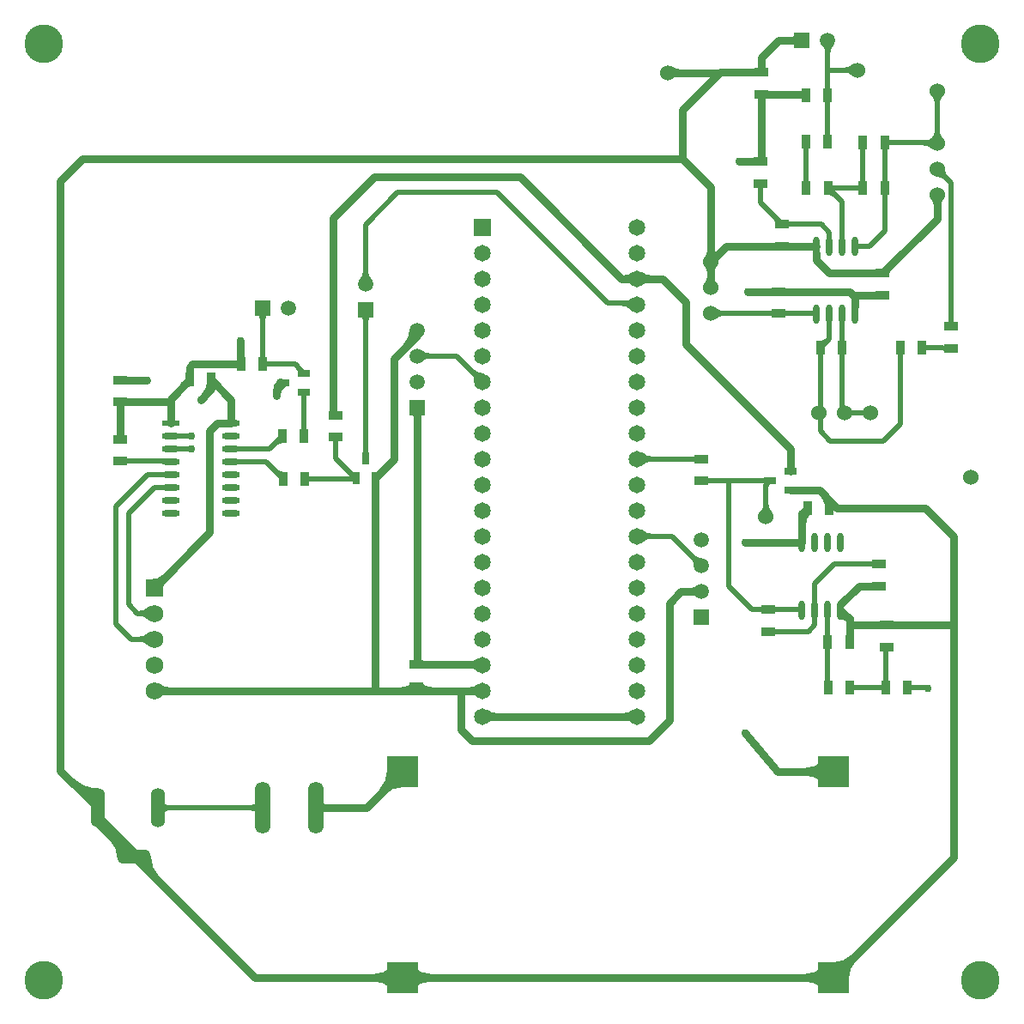
<source format=gtl>
%FSLAX25Y25*%
%MOIN*%
G70*
G01*
G75*
G04 Layer_Physical_Order=1*
G04 Layer_Color=255*
%ADD10C,0.02000*%
%ADD11C,0.03000*%
%ADD12R,0.04724X0.02756*%
%ADD13R,0.05315X0.03347*%
%ADD14R,0.03347X0.05315*%
%ADD15O,0.07087X0.02441*%
%ADD16R,0.07087X0.02441*%
%ADD17R,0.12000X0.12000*%
%ADD18O,0.02362X0.07480*%
%ADD19R,0.02756X0.04724*%
%ADD20C,0.05000*%
%ADD21C,0.05906*%
%ADD22R,0.05906X0.05906*%
%ADD23R,0.05906X0.05906*%
%ADD24R,0.06900X0.06900*%
%ADD25C,0.06900*%
%ADD26C,0.15000*%
%ADD27C,0.06500*%
%ADD28R,0.06500X0.06500*%
%ADD29O,0.05600X0.15200*%
%ADD30O,0.13200X0.05600*%
%ADD31O,0.06000X0.20200*%
%ADD32C,0.06000*%
%ADD33C,0.03000*%
%ADD34C,0.01000*%
D10*
X358147Y128147D02*
G03*
X356569Y128800I-1578J-1578D01*
G01*
X133632Y212367D02*
G03*
X136298Y211262I2667J2667D01*
G01*
X114738Y250700D02*
G03*
X113775Y253025I-3289J0D01*
G01*
X319468Y131551D02*
G03*
X320044Y130160I1967J0D01*
G01*
X318992Y147760D02*
G03*
X319500Y148987I-1227J1227D01*
G01*
X342676Y143992D02*
G03*
X341968Y142282I1710J-1710D01*
G01*
X298740Y273492D02*
G03*
X297513Y274000I-1227J-1227D01*
G01*
X365740Y259992D02*
G03*
X364030Y260700I-1710J-1710D01*
G01*
X300143Y308532D02*
G03*
X298971Y311362I-4002J0D01*
G01*
X318956Y360260D02*
G03*
X319500Y361573I-1313J1313D01*
G01*
X322362Y319870D02*
G03*
X319532Y321042I-2829J-2829D01*
G01*
X310968Y325551D02*
G03*
X311544Y324160I1967J0D01*
G01*
X316568Y262357D02*
G03*
X319397Y263529I0J4002D01*
G01*
X340101Y128700D02*
G03*
X341492Y129276I0J1967D01*
G01*
X105138Y212630D02*
G03*
X107968Y211457I2829J2829D01*
G01*
X107568Y224542D02*
G03*
X104738Y223371I0J-4002D01*
G01*
X296446Y208832D02*
G03*
X295500Y206548I2284J-2284D01*
G01*
X296362Y208769D02*
G03*
X295500Y207303I814J-1466D01*
G01*
X294086Y196414D02*
G03*
X295500Y199828I-3414J3414D01*
G01*
D02*
G03*
X296914Y196414I4828J0D01*
G01*
X363414Y359086D02*
G03*
X362000Y355672I3414J-3414D01*
G01*
D02*
G03*
X360586Y359086I-4828J0D01*
G01*
X329586Y367086D02*
G03*
X326172Y368500I-3414J-3414D01*
G01*
D02*
G03*
X329586Y369914I0J4828D01*
G01*
X141381Y274119D02*
G03*
X140099Y271025I3094J-3094D01*
G01*
Y270546D02*
G03*
X138619Y274119I-5053J0D01*
G01*
Y286881D02*
G03*
X140000Y290214I-3334J3334D01*
G01*
D02*
G03*
X141381Y286881I4714J0D01*
G01*
X101381Y274619D02*
G03*
X100032Y271363I3256J-3256D01*
G01*
Y271208D02*
G03*
X98619Y274619I-4824J0D01*
G01*
X275414Y275414D02*
G03*
X278828Y274000I3414J3414D01*
G01*
D02*
G03*
X275414Y272586I0J-4828D01*
G01*
X364000Y330000D02*
G03*
X365414Y326586I4828J0D01*
G01*
X365414Y326586D02*
G03*
X362000Y328000I-3414J-3414D01*
G01*
X360586Y338586D02*
G03*
X356689Y340200I-3897J-3897D01*
G01*
X357654D02*
G03*
X360586Y341414I0J4146D01*
G01*
D02*
G03*
X362000Y344828I-3414J3414D01*
G01*
D02*
G03*
X363414Y341414I4828J0D01*
G01*
X161381Y258881D02*
G03*
X164714Y257500I3334J3334D01*
G01*
D02*
G03*
X161381Y256119I0J-4714D01*
G01*
X98586Y80586D02*
G03*
X95172Y82000I-3414J-3414D01*
G01*
D02*
G03*
X98586Y83414I0J4828D01*
G01*
X60748Y83273D02*
G03*
X63821Y82000I3073J3073D01*
G01*
D02*
G03*
X60748Y80727I0J-4346D01*
G01*
X183250Y247500D02*
G03*
X181659Y251341I-5432J0D01*
G01*
D02*
G03*
X185500Y249750I3841J3841D01*
G01*
X247091Y189091D02*
G03*
X250932Y187500I3841J3841D01*
G01*
D02*
G03*
X247091Y185909I0J-5432D01*
G01*
Y219091D02*
G03*
X251096Y217432I4005J4005D01*
G01*
X250768D02*
G03*
X247091Y215909I0J-5201D01*
G01*
X243909Y275909D02*
G03*
X238861Y278000I-5048J-5048D01*
G01*
X241275D02*
G03*
X243909Y279091I0J3725D01*
G01*
X56268Y145768D02*
G03*
X52085Y147500I-4182J-4182D01*
G01*
D02*
G03*
X56268Y149232I0J5915D01*
G01*
Y155768D02*
G03*
X52085Y157500I-4182J-4182D01*
G01*
D02*
G03*
X56268Y159232I0J5915D01*
G01*
X320881Y378619D02*
G03*
X319500Y375286I3334J-3334D01*
G01*
D02*
G03*
X318119Y378619I-4714J0D01*
G01*
X268547Y176000D02*
G03*
X267166Y179334I-4714J0D01*
G01*
X267166Y179333D02*
G03*
X270500Y177953I3334J3334D01*
G01*
X362000Y355672D02*
G03*
X360586Y359086I-4828J0D01*
G01*
X363414D02*
G03*
X362000Y355672I3414J-3414D01*
G01*
X326172Y368500D02*
G03*
X329586Y369914I0J4828D01*
G01*
Y367086D02*
G03*
X326172Y368500I-3414J-3414D01*
G01*
X140099Y270546D02*
G03*
X138619Y274119I-5053J0D01*
G01*
X141381D02*
G03*
X140099Y271025I3094J-3094D01*
G01*
X140000Y290214D02*
G03*
X141381Y286881I4714J0D01*
G01*
X138619D02*
G03*
X140000Y290214I-3334J3334D01*
G01*
X100032Y271208D02*
G03*
X98619Y274619I-4824J0D01*
G01*
X101381D02*
G03*
X100032Y271363I3256J-3256D01*
G01*
X278828Y274000D02*
G03*
X275414Y272586I0J-4828D01*
G01*
Y275414D02*
G03*
X278828Y274000I3414J3414D01*
G01*
X365414Y326586D02*
G03*
X362000Y328000I-3414J-3414D01*
G01*
X364000Y330000D02*
G03*
X365414Y326586I4828J0D01*
G01*
X362000Y344828D02*
G03*
X363414Y341414I4828J0D01*
G01*
X360586D02*
G03*
X362000Y344828I-3414J3414D01*
G01*
X357654Y340200D02*
G03*
X360586Y341414I0J4146D01*
G01*
Y338586D02*
G03*
X356689Y340200I-3897J-3897D01*
G01*
X164714Y257500D02*
G03*
X161381Y256119I0J-4714D01*
G01*
Y258881D02*
G03*
X164714Y257500I3334J3334D01*
G01*
X95172Y82000D02*
G03*
X98586Y83414I0J4828D01*
G01*
Y80586D02*
G03*
X95172Y82000I-3414J-3414D01*
G01*
X63821D02*
G03*
X60748Y80727I0J-4346D01*
G01*
Y83273D02*
G03*
X63821Y82000I3073J3073D01*
G01*
X181659Y251341D02*
G03*
X185500Y249750I3841J3841D01*
G01*
X183250Y247500D02*
G03*
X181659Y251341I-5432J0D01*
G01*
X250768Y217432D02*
G03*
X247091Y215909I0J-5201D01*
G01*
Y219091D02*
G03*
X251096Y217432I4005J4005D01*
G01*
X241275Y278000D02*
G03*
X243909Y279091I0J3725D01*
G01*
Y275909D02*
G03*
X238861Y278000I-5048J-5048D01*
G01*
X52085Y147500D02*
G03*
X56268Y149232I0J5915D01*
G01*
Y145768D02*
G03*
X52085Y147500I-4182J-4182D01*
G01*
Y157500D02*
G03*
X56268Y159232I0J5915D01*
G01*
Y155768D02*
G03*
X52085Y157500I-4182J-4182D01*
G01*
X319500Y375286D02*
G03*
X318119Y378619I-4714J0D01*
G01*
X320881D02*
G03*
X319500Y375286I3334J-3334D01*
G01*
X133632Y212367D02*
G03*
X136298Y211262I2667J2667D01*
G01*
X114738Y250700D02*
G03*
X113775Y253025I-3289J0D01*
G01*
X319468Y131551D02*
G03*
X320044Y130160I1967J0D01*
G01*
X318992Y147760D02*
G03*
X319500Y148987I-1227J1227D01*
G01*
X342676Y143992D02*
G03*
X341968Y142282I1710J-1710D01*
G01*
X298740Y273492D02*
G03*
X297513Y274000I-1227J-1227D01*
G01*
X365740Y259992D02*
G03*
X364030Y260700I-1710J-1710D01*
G01*
X300143Y308532D02*
G03*
X298971Y311362I-4002J0D01*
G01*
X318956Y360260D02*
G03*
X319500Y361573I-1313J1313D01*
G01*
X322362Y319870D02*
G03*
X319532Y321042I-2829J-2829D01*
G01*
X310968Y325551D02*
G03*
X311544Y324160I1967J0D01*
G01*
X316568Y262357D02*
G03*
X319397Y263529I0J4002D01*
G01*
X340101Y128700D02*
G03*
X341492Y129276I0J1967D01*
G01*
X105138Y212630D02*
G03*
X107968Y211457I2829J2829D01*
G01*
X107568Y224542D02*
G03*
X104738Y223371I0J-4002D01*
G01*
X358147Y128147D02*
G03*
X356569Y128800I-1578J-1578D01*
G01*
X356032Y260700D02*
X364030D01*
X320500Y224500D02*
X341000D01*
X316568Y228432D02*
X320500Y224500D01*
X316568Y228432D02*
Y260700D01*
X341000Y224500D02*
X347568Y231068D01*
Y260700D01*
X325032Y236468D02*
Y260700D01*
X326000Y235500D02*
X336000D01*
X259000Y187500D02*
X270500Y176000D01*
X245500Y187500D02*
X259000D01*
X270200Y208968D02*
X297031D01*
X281000Y168000D02*
Y208968D01*
Y168000D02*
X290068Y158932D01*
X295500Y195000D02*
Y207436D01*
X290068Y158932D02*
X296200D01*
X140000Y285500D02*
Y308500D01*
X64200Y221400D02*
X72400D01*
X64300Y226500D02*
X72500D01*
X152500Y321000D02*
X191000D01*
X140000Y308500D02*
X152500Y321000D01*
X191000D02*
X234000Y278000D01*
X51500Y157500D02*
X58000D01*
X48000Y161000D02*
X51500Y157500D01*
X48000Y161000D02*
Y196500D01*
X49000Y147500D02*
X58000D01*
X43000Y153500D02*
X49000Y147500D01*
X43000Y153500D02*
Y199000D01*
X48000Y196500D02*
X57900Y206400D01*
X64200D01*
X43000Y199000D02*
X55400Y211400D01*
X64200D01*
X100000Y276000D02*
X100032Y275968D01*
Y254200D02*
Y275968D01*
Y254200D02*
X112600D01*
X116100Y250700D01*
X116032Y226200D02*
Y243231D01*
X102768Y221400D02*
X107568Y226200D01*
X87822Y221400D02*
X102768D01*
X350432Y128800D02*
X358200D01*
X341968D02*
Y144236D01*
X328032Y128700D02*
X341868D01*
X319468Y128800D02*
Y146300D01*
X314500Y153000D02*
Y158811D01*
X311968Y150468D02*
X314500Y153000D01*
X296200Y150468D02*
X311968D01*
X314500Y158811D02*
Y169000D01*
X322032Y176532D01*
X339300D01*
X319500Y146332D02*
Y158811D01*
X309379Y158932D02*
X309500Y158811D01*
X296200Y158932D02*
X309379D01*
X175500Y257500D02*
X185500Y247500D01*
X160000Y257500D02*
X175500D01*
X234000Y278000D02*
X245000D01*
X140099Y217837D02*
Y275500D01*
X274000Y274000D02*
X300168D01*
X245568Y217432D02*
X270200D01*
X128200Y217798D02*
X136198Y209800D01*
X128200Y217798D02*
Y225968D01*
X136198Y209800D02*
X136298Y209900D01*
X116432Y209800D02*
X136198D01*
X101368Y216400D02*
X107968Y209800D01*
X87822Y216400D02*
X101368D01*
X300200Y273968D02*
X314843D01*
X316568Y260700D02*
X320000Y264132D01*
Y273811D01*
X325032Y260700D02*
Y273779D01*
X367200Y268932D02*
Y324800D01*
X362000Y330000D02*
X367200Y324800D01*
X316968Y308532D02*
X320000Y305500D01*
X301800Y308532D02*
X316968D01*
X320000Y300189D02*
Y305500D01*
X293200Y317132D02*
X301800Y308532D01*
X293200Y317132D02*
Y324468D01*
X341532Y306032D02*
Y322700D01*
X335689Y300189D02*
X341532Y306032D01*
X330000Y300189D02*
X335689D01*
X325000D02*
Y317232D01*
X319532Y322700D02*
X325000Y317232D01*
X310968Y322800D02*
Y340800D01*
X319532Y322700D02*
X333068D01*
Y340200D01*
X341532Y322700D02*
Y340200D01*
X361800D01*
X319432Y340800D02*
Y358800D01*
X44800Y216568D02*
X64032D01*
X59475Y82000D02*
X100000D01*
X319500Y358868D02*
Y368500D01*
Y380000D01*
Y368500D02*
X331000D01*
X362000Y340000D02*
Y360500D01*
D11*
X107223Y246159D02*
G03*
X105500Y242000I4159J-4159D01*
G01*
X154613Y127500D02*
G03*
X158693Y129190I0J5771D01*
G01*
X160907D02*
G03*
X164987Y127500I4081J4081D01*
G01*
X319859Y199184D02*
G03*
X318122Y203378I-5931J0D01*
G01*
X321049Y200450D02*
G03*
X319242Y200914I-1295J-1295D01*
G01*
X311568Y197043D02*
G03*
X309592Y196224I0J-2794D01*
G01*
X311690Y197093D02*
G03*
X309500Y191806I5288J-5288D01*
G01*
X311575Y197043D02*
G03*
X309500Y194881I88J-2161D01*
G01*
X143700Y210762D02*
G03*
X145172Y211372I0J2081D01*
G01*
X106691Y245627D02*
G03*
X107301Y247099I-1472J1472D01*
G01*
X107092Y247185D02*
G03*
X105500Y243341I3844J-3844D01*
G01*
X107105Y247196D02*
G03*
X105500Y243951I2478J-3245D01*
G01*
X328324Y154987D02*
G03*
X324500Y156571I-3824J-3824D01*
G01*
X342776Y291508D02*
G03*
X341957Y289532I1976J-1976D01*
G01*
X151068Y12818D02*
G03*
X143386Y16000I-7682J-7682D01*
G01*
D02*
G03*
X151068Y19182I0J10864D01*
G01*
X157432D02*
G03*
X165114Y16000I7682J7682D01*
G01*
D02*
G03*
X157432Y12818I0J-10864D01*
G01*
X154250Y91500D02*
G03*
X146568Y88318I0J-10864D01*
G01*
D02*
G03*
X149750Y96000I-7682J7682D01*
G01*
X318568Y92818D02*
G03*
X310886Y96000I-7682J-7682D01*
G01*
D02*
G03*
X318568Y99182I0J10864D01*
G01*
Y12818D02*
G03*
X310886Y16000I-7682J-7682D01*
G01*
D02*
G03*
X318568Y19182I0J10864D01*
G01*
X321750Y20500D02*
G03*
X329432Y23682I0J10864D01*
G01*
D02*
G03*
X326250Y16000I7682J-7682D01*
G01*
X82008Y246224D02*
G03*
X80032Y247042I-1976J-1976D01*
G01*
X77839Y242339D02*
G03*
X79859Y247216I-4877J4877D01*
G01*
X71568Y247042D02*
G03*
X69592Y246224I0J-2794D01*
G01*
X258561Y368561D02*
G03*
X261121Y367500I2561J2561D01*
G01*
D02*
G03*
X258561Y366439I0J-3621D01*
G01*
X272939Y285061D02*
G03*
X274000Y287621I-2561J2561D01*
G01*
D02*
G03*
X275061Y285061I3621J0D01*
G01*
X274000Y295500D02*
G03*
X276561Y296561I0J3621D01*
G01*
D02*
G03*
X275500Y294000I2561J-2561D01*
G01*
X275061Y292939D02*
G03*
X274000Y290379I2561J-2561D01*
G01*
D02*
G03*
X272939Y292939I-3621J0D01*
G01*
Y295061D02*
G03*
X274000Y297621I-2561J2561D01*
G01*
D02*
G03*
X275061Y295061I3621J0D01*
G01*
X363061Y318939D02*
G03*
X362000Y316379I2561J-2561D01*
G01*
D02*
G03*
X360939Y318939I-3621J0D01*
G01*
X155902Y261113D02*
G03*
X158547Y267500I-6387J6387D01*
G01*
X161027Y236473D02*
G03*
X160000Y233993I2480J-2480D01*
G01*
D02*
G03*
X158973Y236473I-3507J0D01*
G01*
X121686Y83061D02*
G03*
X124246Y82000I2561J2561D01*
G01*
D02*
G03*
X121686Y80939I0J-3621D01*
G01*
X52200Y63000D02*
G03*
X53685Y59415I5070J0D01*
G01*
X55200Y63000D02*
G03*
X58806Y54294I12313J0D01*
G01*
X35829Y82171D02*
G03*
X36000Y82100I171J171D01*
G01*
X30708Y87292D02*
G03*
X36000Y85100I5292J5292D01*
G01*
X25587Y92413D02*
G03*
X36000Y88100I10413J10413D01*
G01*
X184263Y136263D02*
G03*
X181197Y137532I-3065J-3065D01*
G01*
X181353D02*
G03*
X184263Y138737I0J4115D01*
G01*
Y126263D02*
G03*
X181275Y127500I-2987J-2987D01*
G01*
D02*
G03*
X184263Y128737I0J4225D01*
G01*
Y126263D02*
G03*
X181275Y127500I-2987J-2987D01*
G01*
D02*
G03*
X184263Y128737I0J4225D01*
G01*
X186737Y118737D02*
G03*
X189725Y117500I2987J2987D01*
G01*
D02*
G03*
X186737Y116263I0J-4225D01*
G01*
X244263D02*
G03*
X241275Y117500I-2987J-2987D01*
G01*
D02*
G03*
X244263Y118737I0J4225D01*
G01*
Y286263D02*
G03*
X241275Y287500I-2987J-2987D01*
G01*
D02*
G03*
X244263Y288737I0J4225D01*
G01*
X246737D02*
G03*
X249725Y287500I2987J2987D01*
G01*
D02*
G03*
X246737Y286263I0J-4225D01*
G01*
X59379Y128879D02*
G03*
X62708Y127500I3329J3329D01*
G01*
D02*
G03*
X59379Y126121I0J-4708D01*
G01*
X58000Y169450D02*
G03*
X61329Y170829I0J4708D01*
G01*
D02*
G03*
X59950Y167500I3329J-3329D01*
G01*
X308473Y378973D02*
G03*
X305993Y380000I-2480J-2480D01*
G01*
D02*
G03*
X308473Y381027I0J3507D01*
G01*
X269473Y164973D02*
G03*
X266993Y166000I-2480J-2480D01*
G01*
D02*
G03*
X269473Y167027I0J3507D01*
G01*
X261121Y367500D02*
G03*
X258561Y366439I0J-3621D01*
G01*
Y368561D02*
G03*
X261121Y367500I2561J2561D01*
G01*
X274000Y287621D02*
G03*
X275061Y285061I3621J0D01*
G01*
X272939D02*
G03*
X274000Y287621I-2561J2561D01*
G01*
Y290379D02*
G03*
X272939Y292939I-3621J0D01*
G01*
X275061D02*
G03*
X274000Y290379I2561J-2561D01*
G01*
Y297621D02*
G03*
X275061Y295061I3621J0D01*
G01*
X272939D02*
G03*
X274000Y297621I-2561J2561D01*
G01*
X276561Y296561D02*
G03*
X275500Y294000I2561J-2561D01*
G01*
X274000Y295500D02*
G03*
X276561Y296561I0J3621D01*
G01*
X362000Y316379D02*
G03*
X360939Y318939I-3621J0D01*
G01*
X363061D02*
G03*
X362000Y316379I2561J-2561D01*
G01*
X155902Y261113D02*
G03*
X158547Y267500I-6387J6387D01*
G01*
X160000Y233993D02*
G03*
X158973Y236473I-3507J0D01*
G01*
X161027D02*
G03*
X160000Y233993I2480J-2480D01*
G01*
X124246Y82000D02*
G03*
X121686Y80939I0J-3621D01*
G01*
Y83061D02*
G03*
X124246Y82000I2561J2561D01*
G01*
X55200Y63000D02*
G03*
X58806Y54294I12313J0D01*
G01*
X52200Y63000D02*
G03*
X53685Y59415I5070J0D01*
G01*
X25587Y92413D02*
G03*
X36000Y88100I10413J10413D01*
G01*
X30708Y87292D02*
G03*
X36000Y85100I5292J5292D01*
G01*
X35829Y82171D02*
G03*
X36000Y82100I171J171D01*
G01*
X181353Y137532D02*
G03*
X184263Y138737I0J4115D01*
G01*
Y136263D02*
G03*
X181197Y137532I-3065J-3065D01*
G01*
X181275Y127500D02*
G03*
X184263Y128737I0J4225D01*
G01*
Y126263D02*
G03*
X181275Y127500I-2987J-2987D01*
G01*
X189725Y117500D02*
G03*
X186737Y116263I0J-4225D01*
G01*
Y118737D02*
G03*
X189725Y117500I2987J2987D01*
G01*
X241275D02*
G03*
X244263Y118737I0J4225D01*
G01*
Y116263D02*
G03*
X241275Y117500I-2987J-2987D01*
G01*
Y287500D02*
G03*
X244263Y288737I0J4225D01*
G01*
Y286263D02*
G03*
X241275Y287500I-2987J-2987D01*
G01*
X249725D02*
G03*
X246737Y286263I0J-4225D01*
G01*
Y288737D02*
G03*
X249725Y287500I2987J2987D01*
G01*
X62708Y127500D02*
G03*
X59379Y126121I0J-4708D01*
G01*
Y128879D02*
G03*
X62708Y127500I3329J3329D01*
G01*
X61329Y170829D02*
G03*
X59950Y167500I3329J-3329D01*
G01*
X58000Y169450D02*
G03*
X61329Y170829I0J4708D01*
G01*
X305993Y380000D02*
G03*
X308473Y381027I0J3507D01*
G01*
Y378973D02*
G03*
X305993Y380000I-2480J-2480D01*
G01*
X160907Y129190D02*
G03*
X164987Y127500I4081J4081D01*
G01*
X154613D02*
G03*
X158693Y129190I0J5771D01*
G01*
X321049Y200450D02*
G03*
X319242Y200914I-1295J-1295D01*
G01*
X319859Y199184D02*
G03*
X318122Y203378I-5931J0D01*
G01*
X311575Y197043D02*
G03*
X309500Y194881I88J-2161D01*
G01*
X311690Y197093D02*
G03*
X309500Y191806I5288J-5288D01*
G01*
X311568Y197043D02*
G03*
X309592Y196224I0J-2794D01*
G01*
X143700Y210762D02*
G03*
X145172Y211372I0J2081D01*
G01*
X107105Y247196D02*
G03*
X105500Y243951I2478J-3245D01*
G01*
X107092Y247185D02*
G03*
X105500Y243341I3844J-3844D01*
G01*
X106691Y245627D02*
G03*
X107301Y247099I-1472J1472D01*
G01*
X328324Y154987D02*
G03*
X324500Y156571I-3824J-3824D01*
G01*
X342776Y291508D02*
G03*
X341957Y289532I1976J-1976D01*
G01*
X143386Y16000D02*
G03*
X151068Y19182I0J10864D01*
G01*
Y12818D02*
G03*
X143386Y16000I-7682J-7682D01*
G01*
X165114D02*
G03*
X157432Y12818I0J-10864D01*
G01*
Y19182D02*
G03*
X165114Y16000I7682J7682D01*
G01*
X146568Y88318D02*
G03*
X149750Y96000I-7682J7682D01*
G01*
X154250Y91500D02*
G03*
X146568Y88318I0J-10864D01*
G01*
X310886Y96000D02*
G03*
X318568Y99182I0J10864D01*
G01*
Y92818D02*
G03*
X310886Y96000I-7682J-7682D01*
G01*
X329432Y23682D02*
G03*
X326250Y16000I7682J-7682D01*
G01*
X321750Y20500D02*
G03*
X329432Y23682I0J10864D01*
G01*
X310886Y16000D02*
G03*
X318568Y19182I0J10864D01*
G01*
Y12818D02*
G03*
X310886Y16000I-7682J-7682D01*
G01*
X82008Y246224D02*
G03*
X80032Y247042I-1976J-1976D01*
G01*
X77839Y242339D02*
G03*
X79859Y247216I-4877J4877D01*
G01*
X71568Y247042D02*
G03*
X69592Y246224I0J-2794D01*
G01*
X107223Y246159D02*
G03*
X105500Y242000I4159J-4159D01*
G01*
X178000Y127500D02*
X185500D01*
X177000Y126500D02*
X178000Y127500D01*
X177000Y112500D02*
Y126500D01*
Y112500D02*
X181500Y108000D01*
X250000D01*
X258000Y116000D02*
Y161500D01*
X250000Y108000D02*
X258000Y116000D01*
X262500Y166000D02*
X270500D01*
X258000Y161500D02*
X262500Y166000D01*
X58000Y127500D02*
X185500D01*
X105500Y244436D02*
X108163Y247099D01*
X105500Y242000D02*
Y244436D01*
X127500Y242000D02*
Y311000D01*
Y235132D02*
Y242000D01*
X151000Y256211D02*
X160000Y265211D01*
X151000Y217200D02*
Y256211D01*
X143700Y209900D02*
X151000Y217200D01*
X160000Y265211D02*
Y267500D01*
X64200Y231400D02*
Y240832D01*
X44800Y239568D02*
X62936D01*
X71568Y248200D02*
Y253068D01*
X79500Y228500D02*
X82400Y231400D01*
X79500Y189000D02*
Y228500D01*
X58000Y167500D02*
X79500Y189000D01*
X200000Y327000D02*
X239500Y287500D01*
X143500Y327000D02*
X200000D01*
X127500Y311000D02*
X143500Y327000D01*
X82400Y231400D02*
X87822D01*
Y240410D01*
X127500Y235132D02*
X128200Y234432D01*
X239500Y287500D02*
X245500D01*
X309500Y185189D02*
Y196132D01*
X311568Y198200D01*
X287500Y185000D02*
X309311D01*
X300000Y96000D02*
X321750D01*
X287500Y111000D02*
X300000Y96000D01*
X285000Y333000D02*
X293132D01*
X288500Y282500D02*
X300132D01*
X324500Y161000D02*
X331568Y168068D01*
X339300D01*
X159800Y137532D02*
X185468D01*
X159500D02*
X159800D01*
X160000Y137732D02*
Y237500D01*
X255500Y287500D02*
X264500Y278500D01*
Y262000D02*
Y278500D01*
Y262000D02*
X305100Y221400D01*
X245500Y287500D02*
X255500D01*
X143700Y128200D02*
Y209900D01*
X327932Y146300D02*
Y155379D01*
X316202Y205298D02*
X323000Y198500D01*
X328000Y152932D02*
X342200D01*
X324500Y158811D02*
X327932Y155379D01*
X342200Y152932D02*
X368068D01*
X321750Y16000D02*
X368500Y62750D01*
X274000Y284000D02*
Y294000D01*
X280068Y300068D01*
X301800D01*
X263000Y334000D02*
Y353000D01*
X277532Y367532D02*
X293800D01*
X21500Y325500D02*
X30000Y334000D01*
X21500Y96500D02*
Y325500D01*
X30000Y334000D02*
X263000D01*
X21500Y96500D02*
X36000Y82000D01*
X263000Y334000D02*
X274000Y323000D01*
Y294000D02*
Y323000D01*
X305100Y205298D02*
X316202D01*
X305100Y212700D02*
Y221400D01*
X328068Y282432D02*
X330038Y280462D01*
X330644Y281068D02*
X340800D01*
X330038Y276538D02*
Y280462D01*
X300200Y282432D02*
X328068D01*
X362000Y310732D02*
Y320000D01*
X340800Y289532D02*
X362000Y310732D01*
X319968Y289532D02*
X340800D01*
X314962Y294538D02*
X319968Y289532D01*
X314962Y294538D02*
Y297462D01*
X301800Y300068D02*
X314879D01*
X293800Y333532D02*
Y359068D01*
X310700D01*
X300500Y380000D02*
X309500D01*
X293800Y373300D02*
X300500Y380000D01*
X293800Y367532D02*
Y373300D01*
X80032Y248200D02*
X87822Y240410D01*
X64200Y240832D02*
X71568Y248200D01*
X44800Y225032D02*
Y239568D01*
X185500Y117500D02*
X245500D01*
X140250Y82000D02*
X154250Y96000D01*
X120625Y82000D02*
X140250D01*
X97100Y16000D02*
X154250D01*
X50100Y63000D02*
X97100Y16000D01*
X154250D02*
X321750D01*
X91500Y254268D02*
Y263500D01*
X71568Y253068D02*
X72700Y254200D01*
X91500Y254268D01*
X76000Y240500D02*
X80032Y244532D01*
Y248200D01*
X44800Y248032D02*
X54968D01*
X277500Y367500D02*
X277532Y367532D01*
X257500Y367500D02*
X277500D01*
X263000Y353000D02*
X277500Y367500D01*
X323000Y198500D02*
X357500D01*
X368500Y187500D01*
Y62750D02*
Y187500D01*
D12*
X305100Y212700D02*
D03*
X297163Y209099D02*
D03*
X305100Y205298D02*
D03*
X116100Y243298D02*
D03*
X108163Y247099D02*
D03*
X116100Y250700D02*
D03*
D13*
X270200Y208968D02*
D03*
Y217432D02*
D03*
X128200Y234432D02*
D03*
Y225968D02*
D03*
X44800Y239568D02*
D03*
Y248032D02*
D03*
Y216568D02*
D03*
Y225032D02*
D03*
X301800Y300068D02*
D03*
Y308532D02*
D03*
X293200Y332932D02*
D03*
Y324468D02*
D03*
X340800Y281068D02*
D03*
Y289532D02*
D03*
X367200Y268932D02*
D03*
Y260468D02*
D03*
X300200Y282432D02*
D03*
Y273968D02*
D03*
X296200Y158932D02*
D03*
Y150468D02*
D03*
X342200Y152932D02*
D03*
Y144468D02*
D03*
X339300Y168068D02*
D03*
Y176532D02*
D03*
X293800Y359068D02*
D03*
Y367532D02*
D03*
X159800Y129068D02*
D03*
Y137532D02*
D03*
D14*
X71568Y248200D02*
D03*
X80032D02*
D03*
X91568Y254200D02*
D03*
X100032D02*
D03*
X107568Y226200D02*
D03*
X116032D02*
D03*
X116432Y209800D02*
D03*
X107968D02*
D03*
X350432Y128800D02*
D03*
X341968D02*
D03*
X333068Y322700D02*
D03*
X341532D02*
D03*
X319432Y340800D02*
D03*
X310968D02*
D03*
X316568Y260700D02*
D03*
X325032D02*
D03*
X333068Y340200D02*
D03*
X341532D02*
D03*
X311068Y322700D02*
D03*
X319532D02*
D03*
X319432Y358800D02*
D03*
X310968D02*
D03*
X347568Y260700D02*
D03*
X356032D02*
D03*
X327932Y146300D02*
D03*
X319468D02*
D03*
X319568Y128700D02*
D03*
X328032D02*
D03*
X311568Y198200D02*
D03*
X320032D02*
D03*
D15*
X87822Y196400D02*
D03*
Y201400D02*
D03*
Y206400D02*
D03*
Y211400D02*
D03*
Y216400D02*
D03*
Y221400D02*
D03*
Y226400D02*
D03*
Y231400D02*
D03*
X64200Y196400D02*
D03*
Y201400D02*
D03*
Y206400D02*
D03*
Y211400D02*
D03*
Y216400D02*
D03*
Y221400D02*
D03*
Y226400D02*
D03*
D16*
Y231400D02*
D03*
D17*
X321750Y16000D02*
D03*
Y96000D02*
D03*
X154250D02*
D03*
Y16000D02*
D03*
D18*
X330000Y300189D02*
D03*
X325000D02*
D03*
X320000D02*
D03*
X315000D02*
D03*
X330000Y273811D02*
D03*
X325000D02*
D03*
X320000D02*
D03*
X315000D02*
D03*
X309500Y158811D02*
D03*
X314500D02*
D03*
X319500D02*
D03*
X324500D02*
D03*
X309500Y185189D02*
D03*
X314500D02*
D03*
X319500D02*
D03*
X324500D02*
D03*
D19*
X136298Y209900D02*
D03*
X140099Y217837D02*
D03*
X143700Y209900D02*
D03*
D20*
X46000Y63000D02*
G03*
X42818Y70682I-10864J0D01*
G01*
X46000Y63000D02*
G03*
X42818Y70682I-10864J0D01*
G01*
X36000Y77500D02*
X50000Y63500D01*
D21*
X270500Y186000D02*
D03*
Y176000D02*
D03*
Y166000D02*
D03*
X319500Y380000D02*
D03*
X160000Y247500D02*
D03*
Y257500D02*
D03*
Y267500D02*
D03*
X110000Y276000D02*
D03*
X140000Y285500D02*
D03*
D22*
X270500Y156000D02*
D03*
X160000Y237500D02*
D03*
X140000Y275500D02*
D03*
D23*
X309500Y380000D02*
D03*
X100000Y276000D02*
D03*
D24*
X58000Y167500D02*
D03*
D25*
Y157500D02*
D03*
Y147500D02*
D03*
Y137500D02*
D03*
Y127500D02*
D03*
D26*
X378701Y15000D02*
D03*
X15000D02*
D03*
X378701Y378701D02*
D03*
X15000D02*
D03*
D27*
X245500Y257500D02*
D03*
Y297500D02*
D03*
Y277500D02*
D03*
Y267500D02*
D03*
Y217500D02*
D03*
Y227500D02*
D03*
Y237500D02*
D03*
Y247500D02*
D03*
Y287500D02*
D03*
Y307500D02*
D03*
Y207500D02*
D03*
Y187500D02*
D03*
Y147500D02*
D03*
Y137500D02*
D03*
Y127500D02*
D03*
Y117500D02*
D03*
Y167500D02*
D03*
Y177500D02*
D03*
Y197500D02*
D03*
Y157500D02*
D03*
X185500D02*
D03*
Y197500D02*
D03*
Y177500D02*
D03*
Y167500D02*
D03*
Y117500D02*
D03*
Y127500D02*
D03*
Y137500D02*
D03*
Y147500D02*
D03*
Y187500D02*
D03*
Y207500D02*
D03*
Y287500D02*
D03*
Y247500D02*
D03*
Y237500D02*
D03*
Y227500D02*
D03*
Y217500D02*
D03*
Y267500D02*
D03*
Y277500D02*
D03*
Y297500D02*
D03*
Y257500D02*
D03*
D28*
Y307500D02*
D03*
D29*
X59475Y82000D02*
D03*
X36000D02*
D03*
D30*
X50100Y63000D02*
D03*
D31*
X100000Y82000D02*
D03*
X120625D02*
D03*
D32*
X362000Y340000D02*
D03*
Y330000D02*
D03*
Y320000D02*
D03*
X274000Y294000D02*
D03*
Y284000D02*
D03*
Y274000D02*
D03*
X316000Y235500D02*
D03*
X326000D02*
D03*
X336000D02*
D03*
X257500Y367500D02*
D03*
X331000Y368500D02*
D03*
X362000Y360500D02*
D03*
X375000Y210500D02*
D03*
X295500Y195000D02*
D03*
D33*
X105500Y242000D02*
D03*
X127500D02*
D03*
X91500Y263500D02*
D03*
X72500Y221500D02*
D03*
Y226500D02*
D03*
X358500Y128500D02*
D03*
X287500Y185000D02*
D03*
Y111000D02*
D03*
X285000Y333000D02*
D03*
X288500Y282500D02*
D03*
X76000Y240500D02*
D03*
X55000Y248000D02*
D03*
D34*
X36000Y77500D02*
Y82000D01*
M02*

</source>
